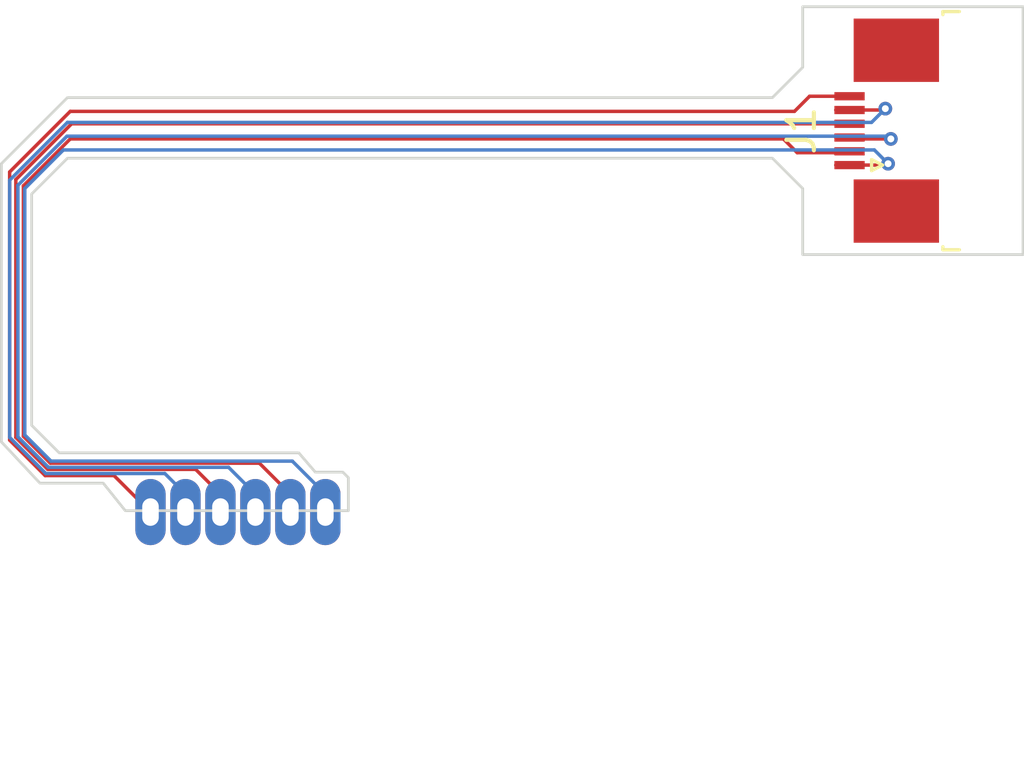
<source format=kicad_pcb>
(kicad_pcb (version 20221018) (generator pcbnew)
  (layers (0 "F.Cu" signal) (31 "B.Cu" signal) (34 "B.Paste" user) (35 "F.Paste" user) (36 "B.SilkS" user "B.Silkscreen") (37 "F.SilkS" user "F.Silkscreen") (38 "B.Mask" user) (39 "F.Mask" user) (44 "Edge.Cuts" user))
  (net 0 "")
  (net 1 "/VCC")
  (net 2 "/CVID")
  (net 3 "/B")
  (net 4 "/G")
  (net 5 "/R")
  (net 6 "/GND")
  (footprint "Connector_FFC-FPC:TE_0-1734839-6_1x06-1MP_P0.5mm_Horizontal" (layer "F.Cu") (at 151.15 78.2 90)
    (fp_text reference "J1" (at 0 -3.1 90) (layer "F.SilkS"))
    (fp_text value "FPC")
    (fp_line (start -4.325 2.04) (end -4.325 2.64) (stroke (width 0.12)) (layer "F.SilkS"))
    (fp_line (start -4.215 2.04) (end -4.325 2.04) (stroke (width 0.12)) (layer "F.SilkS"))
    (fp_line (start -1.45 -0.55) (end -1.25 -0.15) (stroke (width 0.12)) (layer "F.SilkS"))
    (fp_line (start -1.25 -0.15) (end -1.05 -0.55) (stroke (width 0.12)) (layer "F.SilkS"))
    (fp_line (start -1.05 -0.55) (end -1.45 -0.55) (stroke (width 0.12)) (layer "F.SilkS"))
    (fp_line (start 4.215 2.04) (end 4.325 2.04) (stroke (width 0.12)) (layer "F.SilkS"))
    (fp_line (start 4.325 2.04) (end 4.325 2.64) (stroke (width 0.12)) (layer "F.SilkS"))
    (pad "1" smd rect (at -1.25 -1.35 90) (size 0.3 1.1) (layers "F.Cu" "F.Paste" "F.Mask") (net 1 "/VCC"))
    (pad "2" smd rect (at -0.75 -1.35 90) (size 0.3 1.1) (layers "F.Cu" "F.Paste" "F.Mask") (net 2 "/CVID"))
    (pad "3" smd rect (at -0.25 -1.35 90) (size 0.3 1.1) (layers "F.Cu" "F.Paste" "F.Mask") (net 3 "/B"))
    (pad "4" smd rect (at 0.25 -1.35 90) (size 0.3 1.1) (layers "F.Cu" "F.Paste" "F.Mask") (net 4 "/G"))
    (pad "5" smd rect (at 0.75 -1.35 90) (size 0.3 1.1) (layers "F.Cu" "F.Paste" "F.Mask") (net 5 "/R"))
    (pad "6" smd rect (at 1.25 -1.35 90) (size 0.3 1.1) (layers "F.Cu" "F.Paste" "F.Mask") (net 6 "/GND"))
    (pad "MP" smd rect (at -2.92 0.35 90) (size 2.3 3.1) (layers "F.Cu" "F.Paste" "F.Mask"))
    (pad "MP" smd rect (at 2.92 0.35 90) (size 2.3 3.1) (layers "F.Cu" "F.Paste" "F.Mask"))
  )
  (footprint "LOOPY_RGB:SOIC-24-Castellated-First6" (layer "F.Cu") (at 131.4 94.7)
    (fp_text reference "U1" hide)
    (fp_text value "~")
    (pad "19" thru_hole oval (at -0.635 -2.65) (size 1.1 2.4) (drill oval 0.6 1) (layers "*.Cu" "*.Mask") (net 1 "/VCC"))
    (pad "20" thru_hole oval (at -1.905 -2.65) (size 1.1 2.4) (drill oval 0.6 1) (layers "*.Cu" "*.Mask") (net 2 "/CVID"))
    (pad "21" thru_hole oval (at -3.175 -2.65) (size 1.1 2.4) (drill oval 0.6 1) (layers "*.Cu" "*.Mask") (net 3 "/B"))
    (pad "22" thru_hole oval (at -4.445 -2.65) (size 1.1 2.4) (drill oval 0.6 1) (layers "*.Cu" "*.Mask") (net 4 "/G"))
    (pad "23" thru_hole oval (at -5.715 -2.65) (size 1.1 2.4) (drill oval 0.6 1) (layers "*.Cu" "*.Mask") (net 5 "/R"))
    (pad "24" thru_hole oval (at -6.985 -2.65) (size 1.1 2.4) (drill oval 0.6 1) (layers "*.Cu" "*.Mask") (net 6 "/GND"))
  )
  (gr_poly (pts (xy 148.1 82.7) (xy 156.1 82.7) (xy 156.1 73.7) (xy 148.1 73.7) (xy 148.1 75.9) (xy 147 77) (xy 121.4 77) (xy 119 79.4) (xy 119 89.5) (xy 120.4 91) (xy 122.7 91) (xy 123.5 92) (xy 131.6 92) (xy 131.6 90.8) (xy 131.4 90.6) (xy 130.4 90.6) (xy 129.8 89.9) (xy 121.1 89.9) (xy 120.1 88.9) (xy 120.1 80.5) (xy 121.4 79.2) (xy 147 79.2) (xy 148.1 80.3)) (stroke (width 0.1)) (fill none) (layer "Edge.Cuts"))
  (segment (start 151.15 79.45) (end 149.3 79.45) (width 0.125) (layer "F.Cu") (net 1))
  (segment (start 151.2 79.4) (end 151.15 79.45) (width 0.125) (layer "F.Cu") (net 1))
  (via (at 151.2 79.4) (size 0.5) (drill 0.25) (layers "F.Cu" "B.Cu") (net 1))
  (segment (start 150.7 78.9) (end 121.25 78.9) (width 0.125) (layer "B.Cu") (net 1))
  (segment (start 119.85 89.25) (end 120.8 90.2) (width 0.125) (layer "B.Cu") (net 1))
  (segment (start 151.2 79.4) (end 150.7 78.9) (width 0.125) (layer "B.Cu") (net 1))
  (segment (start 129.565 90.2) (end 130.765 91.4) (width 0.125) (layer "B.Cu") (net 1))
  (segment (start 121.25 78.9) (end 119.85 80.3) (width 0.125) (layer "B.Cu") (net 1))
  (segment (start 119.85 80.3) (end 119.85 89.25) (width 0.125) (layer "B.Cu") (net 1))
  (segment (start 130.765 91.4) (end 130.765 92.05) (width 0.125) (layer "B.Cu") (net 1))
  (segment (start 120.8 90.2) (end 129.565 90.2) (width 0.125) (layer "B.Cu") (net 1))
  (segment (start 120.775 90.275) (end 128.37 90.275) (width 0.125) (layer "F.Cu") (net 2))
  (segment (start 149.25 79) (end 147.9 79) (width 0.125) (layer "F.Cu") (net 2))
  (segment (start 119.8 80.2) (end 119.8 89.3) (width 0.125) (layer "F.Cu") (net 2))
  (segment (start 119.8 89.3) (end 120.775 90.275) (width 0.125) (layer "F.Cu") (net 2))
  (segment (start 149.3 78.95) (end 149.25 79) (width 0.125) (layer "F.Cu") (net 2))
  (segment (start 128.37 90.275) (end 129.495 91.4) (width 0.125) (layer "F.Cu") (net 2))
  (segment (start 147.4 78.5) (end 121.5 78.5) (width 0.125) (layer "F.Cu") (net 2))
  (segment (start 147.9 79) (end 147.4 78.5) (width 0.125) (layer "F.Cu") (net 2))
  (segment (start 129.495 91.4) (end 129.495 92.05) (width 0.125) (layer "F.Cu") (net 2))
  (segment (start 121.5 78.5) (end 119.8 80.2) (width 0.125) (layer "F.Cu") (net 2))
  (segment (start 149.35 78.5) (end 149.3 78.45) (width 0.125) (layer "F.Cu") (net 3))
  (segment (start 151.3 78.5) (end 149.35 78.5) (width 0.125) (layer "F.Cu") (net 3))
  (via (at 151.3 78.5) (size 0.5) (drill 0.25) (layers "F.Cu" "B.Cu") (net 3))
  (segment (start 120.706802 90.425) (end 127.25 90.425) (width 0.125) (layer "B.Cu") (net 3))
  (segment (start 151.2 78.4) (end 121.381802 78.4) (width 0.125) (layer "B.Cu") (net 3))
  (segment (start 127.25 90.425) (end 128.225 91.4) (width 0.125) (layer "B.Cu") (net 3))
  (segment (start 119.6 89.318198) (end 120.706802 90.425) (width 0.125) (layer "B.Cu") (net 3))
  (segment (start 121.381802 78.4) (end 119.6 80.181802) (width 0.125) (layer "B.Cu") (net 3))
  (segment (start 128.225 91.4) (end 128.225 92.05) (width 0.125) (layer "B.Cu") (net 3))
  (segment (start 151.3 78.5) (end 151.2 78.4) (width 0.125) (layer "B.Cu") (net 3))
  (segment (start 119.6 80.181802) (end 119.6 89.318198) (width 0.125) (layer "B.Cu") (net 3))
  (segment (start 126.955 91.4) (end 126.055 90.5) (width 0.125) (layer "F.Cu") (net 4))
  (segment (start 126.055 90.5) (end 120.681802 90.5) (width 0.125) (layer "F.Cu") (net 4))
  (segment (start 119.525 89.343198) (end 119.525 79.975) (width 0.125) (layer "F.Cu") (net 4))
  (segment (start 119.525 79.975) (end 121.55 77.95) (width 0.125) (layer "F.Cu") (net 4))
  (segment (start 120.681802 90.5) (end 119.525 89.343198) (width 0.125) (layer "F.Cu") (net 4))
  (segment (start 126.955 92.05) (end 126.955 91.4) (width 0.125) (layer "F.Cu") (net 4))
  (segment (start 121.55 77.95) (end 149.3 77.95) (width 0.125) (layer "F.Cu") (net 4))
  (segment (start 151.05 77.45) (end 149.3 77.45) (width 0.125) (layer "F.Cu") (net 5))
  (segment (start 151.1 77.4) (end 151.05 77.45) (width 0.125) (layer "F.Cu") (net 5))
  (via (at 151.1 77.4) (size 0.5) (drill 0.25) (layers "F.Cu" "B.Cu") (net 5))
  (segment (start 120.613604 90.65) (end 124.935 90.65) (width 0.125) (layer "B.Cu") (net 5))
  (segment (start 124.935 90.65) (end 125.685 91.4) (width 0.125) (layer "B.Cu") (net 5))
  (segment (start 121.4 77.9) (end 119.3 80) (width 0.125) (layer "B.Cu") (net 5))
  (segment (start 119.3 89.336396) (end 120.613604 90.65) (width 0.125) (layer "B.Cu") (net 5))
  (segment (start 125.685 91.4) (end 125.685 92.05) (width 0.125) (layer "B.Cu") (net 5))
  (segment (start 150.6 77.9) (end 121.4 77.9) (width 0.125) (layer "B.Cu") (net 5))
  (segment (start 151.1 77.4) (end 150.6 77.9) (width 0.125) (layer "B.Cu") (net 5))
  (segment (start 119.3 80) (end 119.3 89.336396) (width 0.125) (layer "B.Cu") (net 5))
  (segment (start 119.3 89.436396) (end 119.3 79.7) (width 0.125) (layer "F.Cu") (net 6))
  (segment (start 124.415 92.05) (end 123.09 90.725) (width 0.125) (layer "F.Cu") (net 6))
  (segment (start 147.8 77.5) (end 148.35 76.95) (width 0.125) (layer "F.Cu") (net 6))
  (segment (start 120.588604 90.725) (end 119.3 89.436396) (width 0.125) (layer "F.Cu") (net 6))
  (segment (start 148.35 76.95) (end 149.3 76.95) (width 0.125) (layer "F.Cu") (net 6))
  (segment (start 123.09 90.725) (end 120.588604 90.725) (width 0.125) (layer "F.Cu") (net 6))
  (segment (start 119.3 79.7) (end 121.5 77.5) (width 0.125) (layer "F.Cu") (net 6))
  (segment (start 121.5 77.5) (end 147.8 77.5) (width 0.125) (layer "F.Cu") (net 6))
)
</source>
